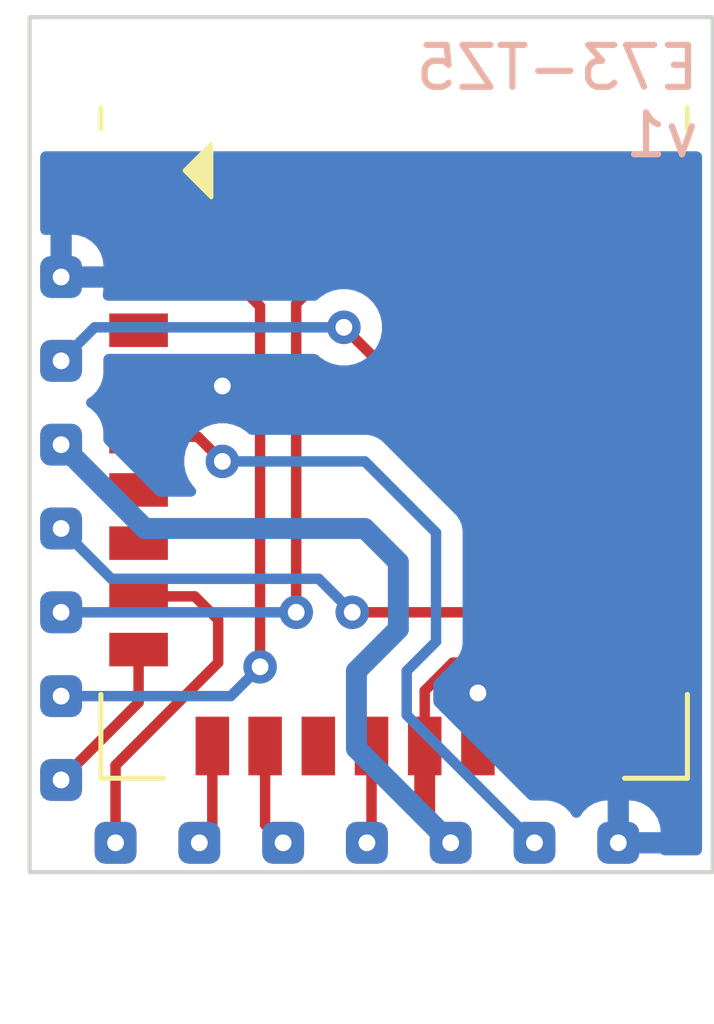
<source format=kicad_pcb>
(kicad_pcb (version 20241229) (generator "pcbnew") (generator_version "9.0")
  (layers (0 "F.Cu" signal) (2 "B.Cu" signal) (13 "F.Paste" user) (15 "B.Paste" user) (5 "F.SilkS" user "F.Silkscreen") (7 "B.SilkS" user "B.Silkscreen") (1 "F.Mask" user) (3 "B.Mask" user) (25 "Edge.Cuts" user))
  (net 0 "")
  (net 4 "GNDD")
  (net 5 "+3.3V")
  (net 8 "RST")
  (net 12 "P1.09")
  (net 13 "P0.30")
  (net 14 "RXD")
  (net 15 "P0.00")
  (net 16 "P0.03")
  (net 18 "P1.13")
  (net 22 "P0.31")
  (net 24 "TXD")
  (net 26 "P0.01")
  (footprint "Tuya:ZT5" (layer "F.Cu") (at 20.75 26.8)
    (property "Reference" "U1" (hide yes))
    (property "Value" "TZ5")
    (pad "1" thru_hole roundrect (at 1.3 13.5) (size 1 1) (drill 0.4) (layers "*.Cu" "*.Mask") (net 22 "P0.31"))
    (pad "2" thru_hole roundrect (at 3.3 13.5) (size 1 1) (drill 0.4) (layers "*.Cu" "*.Mask") (net 15 "P0.00"))
    (pad "3" thru_hole roundrect (at 5.3 13.5) (size 1 1) (drill 0.4) (layers "*.Cu" "*.Mask") (net 26 "P0.01"))
    (pad "4" thru_hole roundrect (at 7.3 13.5) (size 1 1) (drill 0.4) (layers "*.Cu" "*.Mask") (net 12 "P1.09"))
    (pad "5" thru_hole roundrect (at 9.3 13.5) (size 1 1) (drill 0.4) (layers "*.Cu" "*.Mask") (net 5 "+3.3V"))
    (pad "6" thru_hole roundrect (at 11.3 13.5) (size 1 1) (drill 0.4) (layers "*.Cu" "*.Mask") (net 18 "P1.13"))
    (pad "7" thru_hole roundrect (at 13.3 13.5) (size 1 1) (drill 0.4) (layers "*.Cu" "*.Mask") (net 4 "GNDD"))
    (pad "8" thru_hole roundrect (at 0 8) (size 1 1) (drill 0.4) (layers "*.Cu" "*.Mask") (net 14 "RXD"))
    (pad "9" thru_hole roundrect (at 0 6) (size 1 1) (drill 0.4) (layers "*.Cu" "*.Mask") (net 8 "RST"))
    (pad "10" thru_hole roundrect (at 0 4) (size 1 1) (drill 0.4) (layers "*.Cu" "*.Mask") (net 5 "+3.3V"))
    (pad "11" thru_hole roundrect (at 0 2) (size 1 1) (drill 0.4) (layers "*.Cu" "*.Mask") (net 24 "TXD"))
    (pad "12" thru_hole roundrect (at 0 0) (size 1 1) (drill 0.4) (layers "*.Cu" "*.Mask") (net 4 "GNDD"))
    (pad "Z0" thru_hole roundrect (at 0 12) (size 1 1) (drill 0.4) (layers "*.Cu" "*.Mask") (net 13 "P0.30"))
    (pad "Z1" thru_hole roundrect (at 0 10) (size 1 1) (drill 0.4) (layers "*.Cu" "*.Mask") (net 16 "P0.03"))
  )
  (footprint "nrf5:E73-2G4M08S1C_light_short" (layer "F.Cu") (at 22.6 24.26)
    (property "Reference" "U2" (hide yes))
    (property "Value" "E73-2G4M08S1C_light")
    (fp_line (start -0.899999 -1.5) (end -0.899999 -1) (stroke (width 0.12)) (layer "F.SilkS"))
    (fp_line (start -0.899999 14.5) (end -0.899999 12.5) (stroke (width 0.12)) (layer "F.SilkS"))
    (fp_line (start 0.600001 14.5) (end -0.899999 14.5) (stroke (width 0.12)) (layer "F.SilkS"))
    (fp_line (start 13.100001 -1) (end 13.100001 -1.5) (stroke (width 0.12)) (layer "F.SilkS"))
    (fp_line (start 13.100001 12.5) (end 13.100001 14.5) (stroke (width 0.12)) (layer "F.SilkS"))
    (fp_line (start 13.100001 14.5) (end 11.600001 14.5) (stroke (width 0.12)) (layer "F.SilkS"))
    (fp_poly (pts (xy 1.100001 0) (xy 1.735001 -0.635) (xy 1.735001 0.635)) (stroke (width 0.1)) (fill yes) (layer "F.SilkS"))
    (pad "1" smd rect (at 0 0 180) (size 1.4 0.8) (layers "F.Cu" "F.Mask" "F.Paste"))
    (pad "2" smd rect (at 0 1.27 180) (size 1.4 0.8) (layers "F.Cu" "F.Mask" "F.Paste"))
    (pad "3" smd rect (at 0 2.54 180) (size 1.4 0.8) (layers "F.Cu" "F.Mask" "F.Paste") (net 16 "P0.03"))
    (pad "4" smd rect (at 0 3.81 180) (size 1.4 0.8) (layers "F.Cu" "F.Mask" "F.Paste"))
    (pad "5" smd rect (at 0 5.08 180) (size 1.4 0.8) (layers "F.Cu" "F.Mask" "F.Paste") (net 4 "GNDD"))
    (pad "6" smd rect (at 0 6.35 180) (size 1.4 0.8) (layers "F.Cu" "F.Mask" "F.Paste") (net 18 "P1.13"))
    (pad "7" smd rect (at 0 7.62 180) (size 1.4 0.8) (layers "F.Cu" "F.Mask" "F.Paste"))
    (pad "8" smd rect (at 0 8.89 180) (size 1.4 0.8) (layers "F.Cu" "F.Mask" "F.Paste"))
    (pad "9" smd rect (at 0 10.16 180) (size 1.4 0.8) (layers "F.Cu" "F.Mask" "F.Paste") (net 22 "P0.31"))
    (pad "10" smd rect (at 0 11.43 180) (size 1.4 0.8) (layers "F.Cu" "F.Mask" "F.Paste") (net 13 "P0.30"))
    (pad "11" smd rect (at 1.76 13.729999 180) (size 0.8 1.4) (layers "F.Cu" "F.Mask" "F.Paste") (net 15 "P0.00"))
    (pad "13" smd rect (at 3.020001 13.729999 180) (size 0.8 1.4) (layers "F.Cu" "F.Mask" "F.Paste") (net 26 "P0.01"))
    (pad "15" smd rect (at 4.290001 13.729999 180) (size 0.8 1.4) (layers "F.Cu" "F.Mask" "F.Paste"))
    (pad "17" smd rect (at 5.560001 13.729999 180) (size 0.8 1.4) (layers "F.Cu" "F.Mask" "F.Paste") (net 12 "P1.09"))
    (pad "19" smd rect (at 6.830001 13.729999 180) (size 0.8 1.4) (layers "F.Cu" "F.Mask" "F.Paste") (net 5 "+3.3V"))
    (pad "21" smd rect (at 8.100001 13.729999 180) (size 0.8 1.4) (layers "F.Cu" "F.Mask" "F.Paste") (net 4 "GNDD"))
    (pad "23" smd rect (at 9.37 13.729999 180) (size 0.8 1.4) (layers "F.Cu" "F.Mask" "F.Paste") (net 5 "+3.3V"))
    (pad "25" smd rect (at 10.64 13.729999 180) (size 0.8 1.4) (layers "F.Cu" "F.Mask" "F.Paste"))
    (pad "26" smd rect (at 12.400001 11.43 180) (size 1.4 0.8) (layers "F.Cu" "F.Mask" "F.Paste") (net 8 "RST"))
    (pad "27" smd rect (at 12.400001 10.16 180) (size 1.4 0.8) (layers "F.Cu" "F.Mask" "F.Paste"))
    (pad "29" smd rect (at 12.400001 8.89 180) (size 1.4 0.8) (layers "F.Cu" "F.Mask" "F.Paste"))
    (pad "31" smd rect (at 12.400001 7.62 180) (size 1.4 0.8) (layers "F.Cu" "F.Mask" "F.Paste"))
    (pad "33" smd rect (at 12.400001 6.35 180) (size 1.4 0.8) (layers "F.Cu" "F.Mask" "F.Paste") (net 24 "TXD"))
    (pad "35" smd rect (at 12.400001 5.08 180) (size 1.4 0.8) (layers "F.Cu" "F.Mask" "F.Paste") (net 14 "RXD"))
    (pad "37" smd rect (at 12.400001 3.81 180) (size 1.4 0.8) (layers "F.Cu" "F.Mask" "F.Paste"))
    (pad "39" smd rect (at 12.400001 2.54 180) (size 1.4 0.8) (layers "F.Cu" "F.Mask" "F.Paste"))
    (pad "41" smd rect (at 12.400001 1.27 180) (size 1.4 0.8) (layers "F.Cu" "F.Mask" "F.Paste"))
    (pad "43" smd rect (at 12.400001 0 180) (size 1.4 0.8) (layers "F.Cu" "F.Mask" "F.Paste"))
  )
  (gr_rect (start 20 20.6) (end 36.3 41) (stroke (width 0.1)) (fill no) (layer "Edge.Cuts"))
  (gr_text "E73-TZ5\nv1" (at 36.05 24 0) (layer "B.SilkS") (effects (font (size 1 1)) (justify left bottom mirror)))
  (segment (start 30.7 37.989998) (end 30.7 36.725) (width 0.5) (layer "F.Cu") (net 4))
  (segment (start 22.6 29.34) (end 24.54 29.34) (width 0.5) (layer "F.Cu") (net 4))
  (segment (start 30.700001 37.989999) (end 30.7 37.989998) (width 0.5) (layer "F.Cu") (net 4))
  (segment (start 24.54 29.34) (end 24.6 29.4) (width 0.25) (layer "F.Cu") (net 4))
  (via (at 24.6 29.4) (size 0.8) (drill 0.4) (layers "F.Cu" "B.Cu") (net 4))
  (via (at 30.7 36.725) (size 0.8) (drill 0.4) (layers "F.Cu" "B.Cu") (net 4))
  (segment (start 29.430001 37.989999) (end 29.43 37.989998) (width 0.25) (layer "F.Cu") (net 5))
  (segment (start 29.430001 37.989999) (end 29.430001 39.680001) (width 0.5) (layer "F.Cu") (net 5))
  (segment (start 29.43 36.67) (end 30.1 36) (width 0.25) (layer "F.Cu") (net 5))
  (segment (start 31.969999 37.989998) (end 31.97 37.989999) (width 0.25) (layer "F.Cu") (net 5))
  (segment (start 29.43 37.989998) (end 29.43 36.67) (width 0.25) (layer "F.Cu") (net 5))
  (segment (start 30.1 36) (end 31.3 36) (width 0.25) (layer "F.Cu") (net 5))
  (segment (start 31.3 36) (end 31.969999 36.669999) (width 0.25) (layer "F.Cu") (net 5))
  (segment (start 29.430001 39.680001) (end 30.05 40.3) (width 0.5) (layer "F.Cu") (net 5))
  (segment (start 31.969999 36.669999) (end 31.969999 37.989998) (width 0.25) (layer "F.Cu") (net 5))
  (segment (start 20.75 30.8) (end 22.75 32.8) (width 0.5) (layer "B.Cu") (net 5))
  (segment (start 27.8 36.2) (end 27.8 38.05) (width 0.5) (layer "B.Cu") (net 5))
  (segment (start 28 32.8) (end 28.8 33.6) (width 0.5) (layer "B.Cu") (net 5))
  (segment (start 22.75 32.8) (end 28 32.8) (width 0.5) (layer "B.Cu") (net 5))
  (segment (start 27.8 38.05) (end 30.05 40.3) (width 0.5) (layer "B.Cu") (net 5))
  (segment (start 28.8 35.2) (end 27.8 36.2) (width 0.5) (layer "B.Cu") (net 5))
  (segment (start 28.8 33.6) (end 28.8 35.2) (width 0.5) (layer "B.Cu") (net 5))
  (segment (start 27.700003 34.9) (end 27.800003 34.8) (width 0.25) (layer "F.Cu") (net 8))
  (segment (start 32.69 35.69) (end 35.000001 35.69) (width 0.25) (layer "F.Cu") (net 8))
  (segment (start 27.700003 34.8) (end 27.700003 34.9) (width 0.25) (layer "F.Cu") (net 8))
  (segment (start 27.800003 34.8) (end 31.8 34.8) (width 0.25) (layer "F.Cu") (net 8))
  (segment (start 31.8 34.8) (end 32.69 35.69) (width 0.25) (layer "F.Cu") (net 8))
  (via (at 27.700003 34.8) (size 0.8) (drill 0.4) (layers "F.Cu" "B.Cu") (net 8))
  (segment (start 26.900003 34) (end 21.95 34) (width 0.25) (layer "B.Cu") (net 8))
  (segment (start 27.700003 34.8) (end 26.900003 34) (width 0.25) (layer "B.Cu") (net 8))
  (segment (start 21.95 34) (end 20.75 32.8) (width 0.25) (layer "B.Cu") (net 8))
  (segment (start 28.160001 40.239999) (end 28.160001 37.989999) (width 0.25) (layer "F.Cu") (net 12))
  (segment (start 28.1 40.3) (end 28.160001 40.239999) (width 0.25) (layer "F.Cu") (net 12))
  (segment (start 28.05 40.3) (end 28.1 40.3) (width 0.25) (layer "F.Cu") (net 12))
  (segment (start 22.6 36.95) (end 22.6 35.69) (width 0.25) (layer "F.Cu") (net 13))
  (segment (start 20.75 38.8) (end 22.6 36.95) (width 0.25) (layer "F.Cu") (net 13))
  (segment (start 26.9 26.9) (end 28.3 26.9) (width 0.25) (layer "F.Cu") (net 14))
  (segment (start 30.74 29.34) (end 35.000001 29.34) (width 0.25) (layer "F.Cu") (net 14))
  (segment (start 26.3625 34.8) (end 26.3625 27.4375) (width 0.25) (layer "F.Cu") (net 14))
  (segment (start 26.3625 34.7625) (end 26.3625 34.8) (width 0.25) (layer "F.Cu") (net 14))
  (segment (start 26.3625 27.4375) (end 26.9 26.9) (width 0.25) (layer "F.Cu") (net 14))
  (segment (start 28.3 26.9) (end 30.74 29.34) (width 0.25) (layer "F.Cu") (net 14))
  (via (at 26.3625 34.8) (size 0.8) (drill 0.4) (layers "F.Cu" "B.Cu") (net 14))
  (segment (start 26.3625 34.8) (end 20.75 34.8) (width 0.25) (layer "B.Cu") (net 14))
  (segment (start 26.3625 34.7625) (end 26.225 34.9) (width 0.25) (layer "B.Cu") (net 14))
  (segment (start 24.05 40.3) (end 24.1 40.3) (width 0.25) (layer "F.Cu") (net 15))
  (segment (start 24.1 40.3) (end 24.36 40.04) (width 0.25) (layer "F.Cu") (net 15))
  (segment (start 24.36 40.04) (end 24.36 37.989999) (width 0.25) (layer "F.Cu") (net 15))
  (segment (start 25.5 27.5) (end 24.8 26.8) (width 0.25) (layer "F.Cu") (net 16))
  (segment (start 25.5 36.1) (end 25.5 27.5) (width 0.25) (layer "F.Cu") (net 16))
  (segment (start 24.8 26.8) (end 22.6 26.8) (width 0.25) (layer "F.Cu") (net 16))
  (via (at 25.5 36.1) (size 0.8) (drill 0.4) (layers "F.Cu" "B.Cu") (net 16))
  (segment (start 24.8 36.8) (end 25.5 36.1) (width 0.25) (layer "B.Cu") (net 16))
  (segment (start 20.75 36.8) (end 24.8 36.8) (width 0.25) (layer "B.Cu") (net 16))
  (segment (start 24.01 30.61) (end 22.6 30.61) (width 0.25) (layer "F.Cu") (net 18))
  (segment (start 24.6 31.2) (end 24.01 30.61) (width 0.25) (layer "F.Cu") (net 18))
  (via (at 24.6 31.2) (size 0.8) (drill 0.4) (layers "F.Cu" "B.Cu") (net 18))
  (segment (start 29.7 32.9) (end 29.7 35.5) (width 0.25) (layer "B.Cu") (net 18))
  (segment (start 29 36.2) (end 29 37.25) (width 0.25) (layer "B.Cu") (net 18))
  (segment (start 24.6 31.2) (end 28 31.2) (width 0.25) (layer "B.Cu") (net 18))
  (segment (start 28 31.2) (end 29.7 32.9) (width 0.25) (layer "B.Cu") (net 18))
  (segment (start 29 37.25) (end 32.05 40.3) (width 0.25) (layer "B.Cu") (net 18))
  (segment (start 29.7 35.5) (end 29 36.2) (width 0.25) (layer "B.Cu") (net 18))
  (segment (start 24.5 36) (end 24.5 34.98) (width 0.25) (layer "F.Cu") (net 22))
  (segment (start 24.5 34.98) (end 23.94 34.42) (width 0.25) (layer "F.Cu") (net 22))
  (segment (start 23.94 34.42) (end 22.899999 34.42) (width 0.25) (layer "F.Cu") (net 22))
  (segment (start 22.05 40.3) (end 22.05 38.45) (width 0.25) (layer "F.Cu") (net 22))
  (segment (start 22.05 38.45) (end 24.5 36) (width 0.25) (layer "F.Cu") (net 22))
  (segment (start 27.5 28) (end 30.11 30.61) (width 0.25) (layer "F.Cu") (net 24))
  (segment (start 30.11 30.61) (end 35.000001 30.61) (width 0.25) (layer "F.Cu") (net 24))
  (via (at 27.5 28) (size 0.8) (drill 0.4) (layers "F.Cu" "B.Cu") (net 24))
  (segment (start 21.55 28) (end 20.75 28.8) (width 0.25) (layer "B.Cu") (net 24))
  (segment (start 27.5 28) (end 21.55 28) (width 0.25) (layer "B.Cu") (net 24))
  (segment (start 25.620001 39.870001) (end 26.05 40.3) (width 0.25) (layer "F.Cu") (net 26))
  (segment (start 25.620001 37.989999) (end 25.620001 39.870001) (width 0.25) (layer "F.Cu") (net 26))
  (zone (net 4) (net_name "GNDD") (layer "B.Cu") (connect_pads (clearance 0.508)) (min_thickness 0.254) (fill yes (thermal_gap 0.508) (thermal_bridge_width 0.508))
    (polygon (pts (xy 36.05 40.6) (xy 20.25 40.6) (xy 20.25 23.8) (xy 36.05 23.8)))
  )
)
</source>
